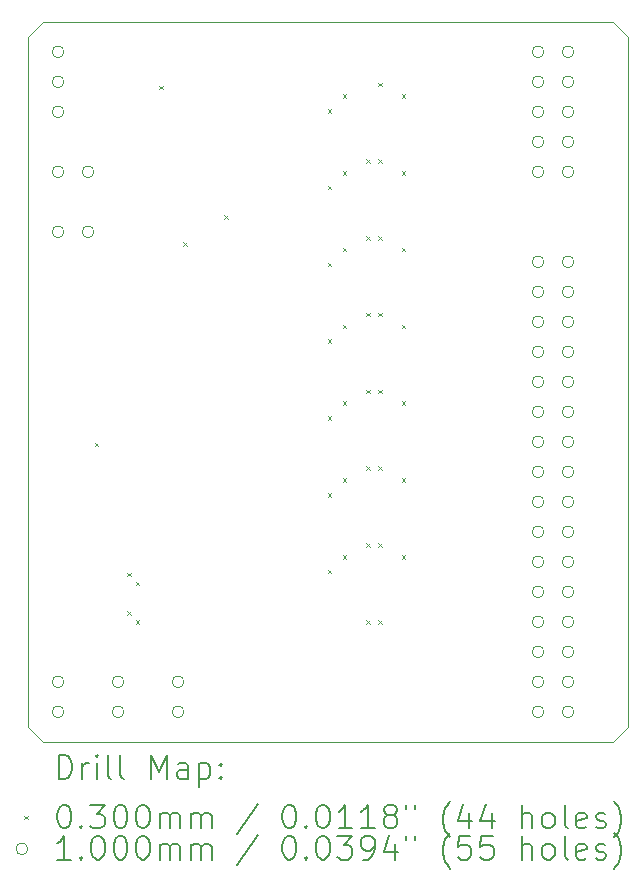
<source format=gbr>
%TF.GenerationSoftware,KiCad,Pcbnew,9.0.1*%
%TF.CreationDate,2025-10-08T22:03:19-06:00*%
%TF.ProjectId,testbench,74657374-6265-46e6-9368-2e6b69636164,rev?*%
%TF.SameCoordinates,Original*%
%TF.FileFunction,Drillmap*%
%TF.FilePolarity,Positive*%
%FSLAX45Y45*%
G04 Gerber Fmt 4.5, Leading zero omitted, Abs format (unit mm)*
G04 Created by KiCad (PCBNEW 9.0.1) date 2025-10-08 22:03:19*
%MOMM*%
%LPD*%
G01*
G04 APERTURE LIST*
%ADD10C,0.050000*%
%ADD11C,0.200000*%
%ADD12C,0.100000*%
G04 APERTURE END LIST*
D10*
X10922000Y-13589000D02*
X10922000Y-8382000D01*
X11049000Y-13716000D02*
X10922000Y-13589000D01*
X15875000Y-13716000D02*
X11049000Y-13716000D01*
X16002000Y-13589000D02*
X15875000Y-13716000D01*
X16002000Y-7747000D02*
X16002000Y-13589000D01*
X15875000Y-7620000D02*
X16002000Y-7747000D01*
X11049000Y-7620000D02*
X15875000Y-7620000D01*
X10922000Y-7747000D02*
X11049000Y-7620000D01*
X10922000Y-8382000D02*
X10922000Y-7747000D01*
D11*
D12*
X11485000Y-11185000D02*
X11515000Y-11215000D01*
X11515000Y-11185000D02*
X11485000Y-11215000D01*
X11760000Y-12285000D02*
X11790000Y-12315000D01*
X11790000Y-12285000D02*
X11760000Y-12315000D01*
X11760000Y-12610000D02*
X11790000Y-12640000D01*
X11790000Y-12610000D02*
X11760000Y-12640000D01*
X11835000Y-12360000D02*
X11865000Y-12390000D01*
X11865000Y-12360000D02*
X11835000Y-12390000D01*
X11835000Y-12685000D02*
X11865000Y-12715000D01*
X11865000Y-12685000D02*
X11835000Y-12715000D01*
X12035000Y-8160000D02*
X12065000Y-8190000D01*
X12065000Y-8160000D02*
X12035000Y-8190000D01*
X12235000Y-9485000D02*
X12265000Y-9515000D01*
X12265000Y-9485000D02*
X12235000Y-9515000D01*
X12585000Y-9260000D02*
X12615000Y-9290000D01*
X12615000Y-9260000D02*
X12585000Y-9290000D01*
X13460000Y-8360000D02*
X13490000Y-8390000D01*
X13490000Y-8360000D02*
X13460000Y-8390000D01*
X13460000Y-9010000D02*
X13490000Y-9040000D01*
X13490000Y-9010000D02*
X13460000Y-9040000D01*
X13460000Y-9660000D02*
X13490000Y-9690000D01*
X13490000Y-9660000D02*
X13460000Y-9690000D01*
X13460000Y-10310000D02*
X13490000Y-10340000D01*
X13490000Y-10310000D02*
X13460000Y-10340000D01*
X13460000Y-10960000D02*
X13490000Y-10990000D01*
X13490000Y-10960000D02*
X13460000Y-10990000D01*
X13460000Y-11610000D02*
X13490000Y-11640000D01*
X13490000Y-11610000D02*
X13460000Y-11640000D01*
X13460000Y-12260000D02*
X13490000Y-12290000D01*
X13490000Y-12260000D02*
X13460000Y-12290000D01*
X13585000Y-8235000D02*
X13615000Y-8265000D01*
X13615000Y-8235000D02*
X13585000Y-8265000D01*
X13585000Y-8885000D02*
X13615000Y-8915000D01*
X13615000Y-8885000D02*
X13585000Y-8915000D01*
X13585000Y-9535000D02*
X13615000Y-9565000D01*
X13615000Y-9535000D02*
X13585000Y-9565000D01*
X13585000Y-10185000D02*
X13615000Y-10215000D01*
X13615000Y-10185000D02*
X13585000Y-10215000D01*
X13585000Y-10835000D02*
X13615000Y-10865000D01*
X13615000Y-10835000D02*
X13585000Y-10865000D01*
X13585000Y-11485000D02*
X13615000Y-11515000D01*
X13615000Y-11485000D02*
X13585000Y-11515000D01*
X13585000Y-12135000D02*
X13615000Y-12165000D01*
X13615000Y-12135000D02*
X13585000Y-12165000D01*
X13785000Y-8785000D02*
X13815000Y-8815000D01*
X13815000Y-8785000D02*
X13785000Y-8815000D01*
X13785000Y-9435000D02*
X13815000Y-9465000D01*
X13815000Y-9435000D02*
X13785000Y-9465000D01*
X13785000Y-10085000D02*
X13815000Y-10115000D01*
X13815000Y-10085000D02*
X13785000Y-10115000D01*
X13785000Y-10735000D02*
X13815000Y-10765000D01*
X13815000Y-10735000D02*
X13785000Y-10765000D01*
X13785000Y-11385000D02*
X13815000Y-11415000D01*
X13815000Y-11385000D02*
X13785000Y-11415000D01*
X13785000Y-12035000D02*
X13815000Y-12065000D01*
X13815000Y-12035000D02*
X13785000Y-12065000D01*
X13785000Y-12685000D02*
X13815000Y-12715000D01*
X13815000Y-12685000D02*
X13785000Y-12715000D01*
X13885000Y-8135000D02*
X13915000Y-8165000D01*
X13915000Y-8135000D02*
X13885000Y-8165000D01*
X13885000Y-8785000D02*
X13915000Y-8815000D01*
X13915000Y-8785000D02*
X13885000Y-8815000D01*
X13885000Y-9435000D02*
X13915000Y-9465000D01*
X13915000Y-9435000D02*
X13885000Y-9465000D01*
X13885000Y-10085000D02*
X13915000Y-10115000D01*
X13915000Y-10085000D02*
X13885000Y-10115000D01*
X13885000Y-10735000D02*
X13915000Y-10765000D01*
X13915000Y-10735000D02*
X13885000Y-10765000D01*
X13885000Y-11385000D02*
X13915000Y-11415000D01*
X13915000Y-11385000D02*
X13885000Y-11415000D01*
X13885000Y-12035000D02*
X13915000Y-12065000D01*
X13915000Y-12035000D02*
X13885000Y-12065000D01*
X13885000Y-12685000D02*
X13915000Y-12715000D01*
X13915000Y-12685000D02*
X13885000Y-12715000D01*
X14085000Y-8235000D02*
X14115000Y-8265000D01*
X14115000Y-8235000D02*
X14085000Y-8265000D01*
X14085000Y-8885000D02*
X14115000Y-8915000D01*
X14115000Y-8885000D02*
X14085000Y-8915000D01*
X14085000Y-9535000D02*
X14115000Y-9565000D01*
X14115000Y-9535000D02*
X14085000Y-9565000D01*
X14085000Y-10185000D02*
X14115000Y-10215000D01*
X14115000Y-10185000D02*
X14085000Y-10215000D01*
X14085000Y-10835000D02*
X14115000Y-10865000D01*
X14115000Y-10835000D02*
X14085000Y-10865000D01*
X14085000Y-11485000D02*
X14115000Y-11515000D01*
X14115000Y-11485000D02*
X14085000Y-11515000D01*
X14085000Y-12135000D02*
X14115000Y-12165000D01*
X14115000Y-12135000D02*
X14085000Y-12165000D01*
X11226000Y-7874000D02*
G75*
G02*
X11126000Y-7874000I-50000J0D01*
G01*
X11126000Y-7874000D02*
G75*
G02*
X11226000Y-7874000I50000J0D01*
G01*
X11226000Y-8128000D02*
G75*
G02*
X11126000Y-8128000I-50000J0D01*
G01*
X11126000Y-8128000D02*
G75*
G02*
X11226000Y-8128000I50000J0D01*
G01*
X11226000Y-8382000D02*
G75*
G02*
X11126000Y-8382000I-50000J0D01*
G01*
X11126000Y-8382000D02*
G75*
G02*
X11226000Y-8382000I50000J0D01*
G01*
X11226000Y-8890000D02*
G75*
G02*
X11126000Y-8890000I-50000J0D01*
G01*
X11126000Y-8890000D02*
G75*
G02*
X11226000Y-8890000I50000J0D01*
G01*
X11226000Y-9398000D02*
G75*
G02*
X11126000Y-9398000I-50000J0D01*
G01*
X11126000Y-9398000D02*
G75*
G02*
X11226000Y-9398000I50000J0D01*
G01*
X11226000Y-13208000D02*
G75*
G02*
X11126000Y-13208000I-50000J0D01*
G01*
X11126000Y-13208000D02*
G75*
G02*
X11226000Y-13208000I50000J0D01*
G01*
X11226000Y-13462000D02*
G75*
G02*
X11126000Y-13462000I-50000J0D01*
G01*
X11126000Y-13462000D02*
G75*
G02*
X11226000Y-13462000I50000J0D01*
G01*
X11480000Y-8890000D02*
G75*
G02*
X11380000Y-8890000I-50000J0D01*
G01*
X11380000Y-8890000D02*
G75*
G02*
X11480000Y-8890000I50000J0D01*
G01*
X11480000Y-9398000D02*
G75*
G02*
X11380000Y-9398000I-50000J0D01*
G01*
X11380000Y-9398000D02*
G75*
G02*
X11480000Y-9398000I50000J0D01*
G01*
X11734000Y-13208000D02*
G75*
G02*
X11634000Y-13208000I-50000J0D01*
G01*
X11634000Y-13208000D02*
G75*
G02*
X11734000Y-13208000I50000J0D01*
G01*
X11734000Y-13462000D02*
G75*
G02*
X11634000Y-13462000I-50000J0D01*
G01*
X11634000Y-13462000D02*
G75*
G02*
X11734000Y-13462000I50000J0D01*
G01*
X12242000Y-13208000D02*
G75*
G02*
X12142000Y-13208000I-50000J0D01*
G01*
X12142000Y-13208000D02*
G75*
G02*
X12242000Y-13208000I50000J0D01*
G01*
X12242000Y-13462000D02*
G75*
G02*
X12142000Y-13462000I-50000J0D01*
G01*
X12142000Y-13462000D02*
G75*
G02*
X12242000Y-13462000I50000J0D01*
G01*
X15290000Y-7874000D02*
G75*
G02*
X15190000Y-7874000I-50000J0D01*
G01*
X15190000Y-7874000D02*
G75*
G02*
X15290000Y-7874000I50000J0D01*
G01*
X15290000Y-8128000D02*
G75*
G02*
X15190000Y-8128000I-50000J0D01*
G01*
X15190000Y-8128000D02*
G75*
G02*
X15290000Y-8128000I50000J0D01*
G01*
X15290000Y-8382000D02*
G75*
G02*
X15190000Y-8382000I-50000J0D01*
G01*
X15190000Y-8382000D02*
G75*
G02*
X15290000Y-8382000I50000J0D01*
G01*
X15290000Y-8636000D02*
G75*
G02*
X15190000Y-8636000I-50000J0D01*
G01*
X15190000Y-8636000D02*
G75*
G02*
X15290000Y-8636000I50000J0D01*
G01*
X15290000Y-8890000D02*
G75*
G02*
X15190000Y-8890000I-50000J0D01*
G01*
X15190000Y-8890000D02*
G75*
G02*
X15290000Y-8890000I50000J0D01*
G01*
X15290000Y-9652000D02*
G75*
G02*
X15190000Y-9652000I-50000J0D01*
G01*
X15190000Y-9652000D02*
G75*
G02*
X15290000Y-9652000I50000J0D01*
G01*
X15290000Y-9906000D02*
G75*
G02*
X15190000Y-9906000I-50000J0D01*
G01*
X15190000Y-9906000D02*
G75*
G02*
X15290000Y-9906000I50000J0D01*
G01*
X15290000Y-10160000D02*
G75*
G02*
X15190000Y-10160000I-50000J0D01*
G01*
X15190000Y-10160000D02*
G75*
G02*
X15290000Y-10160000I50000J0D01*
G01*
X15290000Y-10414000D02*
G75*
G02*
X15190000Y-10414000I-50000J0D01*
G01*
X15190000Y-10414000D02*
G75*
G02*
X15290000Y-10414000I50000J0D01*
G01*
X15290000Y-10668000D02*
G75*
G02*
X15190000Y-10668000I-50000J0D01*
G01*
X15190000Y-10668000D02*
G75*
G02*
X15290000Y-10668000I50000J0D01*
G01*
X15290000Y-10922000D02*
G75*
G02*
X15190000Y-10922000I-50000J0D01*
G01*
X15190000Y-10922000D02*
G75*
G02*
X15290000Y-10922000I50000J0D01*
G01*
X15290000Y-11176000D02*
G75*
G02*
X15190000Y-11176000I-50000J0D01*
G01*
X15190000Y-11176000D02*
G75*
G02*
X15290000Y-11176000I50000J0D01*
G01*
X15290000Y-11430000D02*
G75*
G02*
X15190000Y-11430000I-50000J0D01*
G01*
X15190000Y-11430000D02*
G75*
G02*
X15290000Y-11430000I50000J0D01*
G01*
X15290000Y-11684000D02*
G75*
G02*
X15190000Y-11684000I-50000J0D01*
G01*
X15190000Y-11684000D02*
G75*
G02*
X15290000Y-11684000I50000J0D01*
G01*
X15290000Y-11938000D02*
G75*
G02*
X15190000Y-11938000I-50000J0D01*
G01*
X15190000Y-11938000D02*
G75*
G02*
X15290000Y-11938000I50000J0D01*
G01*
X15290000Y-12192000D02*
G75*
G02*
X15190000Y-12192000I-50000J0D01*
G01*
X15190000Y-12192000D02*
G75*
G02*
X15290000Y-12192000I50000J0D01*
G01*
X15290000Y-12446000D02*
G75*
G02*
X15190000Y-12446000I-50000J0D01*
G01*
X15190000Y-12446000D02*
G75*
G02*
X15290000Y-12446000I50000J0D01*
G01*
X15290000Y-12700000D02*
G75*
G02*
X15190000Y-12700000I-50000J0D01*
G01*
X15190000Y-12700000D02*
G75*
G02*
X15290000Y-12700000I50000J0D01*
G01*
X15290000Y-12954000D02*
G75*
G02*
X15190000Y-12954000I-50000J0D01*
G01*
X15190000Y-12954000D02*
G75*
G02*
X15290000Y-12954000I50000J0D01*
G01*
X15290000Y-13208000D02*
G75*
G02*
X15190000Y-13208000I-50000J0D01*
G01*
X15190000Y-13208000D02*
G75*
G02*
X15290000Y-13208000I50000J0D01*
G01*
X15290000Y-13462000D02*
G75*
G02*
X15190000Y-13462000I-50000J0D01*
G01*
X15190000Y-13462000D02*
G75*
G02*
X15290000Y-13462000I50000J0D01*
G01*
X15544000Y-7874000D02*
G75*
G02*
X15444000Y-7874000I-50000J0D01*
G01*
X15444000Y-7874000D02*
G75*
G02*
X15544000Y-7874000I50000J0D01*
G01*
X15544000Y-8128000D02*
G75*
G02*
X15444000Y-8128000I-50000J0D01*
G01*
X15444000Y-8128000D02*
G75*
G02*
X15544000Y-8128000I50000J0D01*
G01*
X15544000Y-8382000D02*
G75*
G02*
X15444000Y-8382000I-50000J0D01*
G01*
X15444000Y-8382000D02*
G75*
G02*
X15544000Y-8382000I50000J0D01*
G01*
X15544000Y-8636000D02*
G75*
G02*
X15444000Y-8636000I-50000J0D01*
G01*
X15444000Y-8636000D02*
G75*
G02*
X15544000Y-8636000I50000J0D01*
G01*
X15544000Y-8890000D02*
G75*
G02*
X15444000Y-8890000I-50000J0D01*
G01*
X15444000Y-8890000D02*
G75*
G02*
X15544000Y-8890000I50000J0D01*
G01*
X15544000Y-9652000D02*
G75*
G02*
X15444000Y-9652000I-50000J0D01*
G01*
X15444000Y-9652000D02*
G75*
G02*
X15544000Y-9652000I50000J0D01*
G01*
X15544000Y-9906000D02*
G75*
G02*
X15444000Y-9906000I-50000J0D01*
G01*
X15444000Y-9906000D02*
G75*
G02*
X15544000Y-9906000I50000J0D01*
G01*
X15544000Y-10160000D02*
G75*
G02*
X15444000Y-10160000I-50000J0D01*
G01*
X15444000Y-10160000D02*
G75*
G02*
X15544000Y-10160000I50000J0D01*
G01*
X15544000Y-10414000D02*
G75*
G02*
X15444000Y-10414000I-50000J0D01*
G01*
X15444000Y-10414000D02*
G75*
G02*
X15544000Y-10414000I50000J0D01*
G01*
X15544000Y-10668000D02*
G75*
G02*
X15444000Y-10668000I-50000J0D01*
G01*
X15444000Y-10668000D02*
G75*
G02*
X15544000Y-10668000I50000J0D01*
G01*
X15544000Y-10922000D02*
G75*
G02*
X15444000Y-10922000I-50000J0D01*
G01*
X15444000Y-10922000D02*
G75*
G02*
X15544000Y-10922000I50000J0D01*
G01*
X15544000Y-11176000D02*
G75*
G02*
X15444000Y-11176000I-50000J0D01*
G01*
X15444000Y-11176000D02*
G75*
G02*
X15544000Y-11176000I50000J0D01*
G01*
X15544000Y-11430000D02*
G75*
G02*
X15444000Y-11430000I-50000J0D01*
G01*
X15444000Y-11430000D02*
G75*
G02*
X15544000Y-11430000I50000J0D01*
G01*
X15544000Y-11684000D02*
G75*
G02*
X15444000Y-11684000I-50000J0D01*
G01*
X15444000Y-11684000D02*
G75*
G02*
X15544000Y-11684000I50000J0D01*
G01*
X15544000Y-11938000D02*
G75*
G02*
X15444000Y-11938000I-50000J0D01*
G01*
X15444000Y-11938000D02*
G75*
G02*
X15544000Y-11938000I50000J0D01*
G01*
X15544000Y-12192000D02*
G75*
G02*
X15444000Y-12192000I-50000J0D01*
G01*
X15444000Y-12192000D02*
G75*
G02*
X15544000Y-12192000I50000J0D01*
G01*
X15544000Y-12446000D02*
G75*
G02*
X15444000Y-12446000I-50000J0D01*
G01*
X15444000Y-12446000D02*
G75*
G02*
X15544000Y-12446000I50000J0D01*
G01*
X15544000Y-12700000D02*
G75*
G02*
X15444000Y-12700000I-50000J0D01*
G01*
X15444000Y-12700000D02*
G75*
G02*
X15544000Y-12700000I50000J0D01*
G01*
X15544000Y-12954000D02*
G75*
G02*
X15444000Y-12954000I-50000J0D01*
G01*
X15444000Y-12954000D02*
G75*
G02*
X15544000Y-12954000I50000J0D01*
G01*
X15544000Y-13208000D02*
G75*
G02*
X15444000Y-13208000I-50000J0D01*
G01*
X15444000Y-13208000D02*
G75*
G02*
X15544000Y-13208000I50000J0D01*
G01*
X15544000Y-13462000D02*
G75*
G02*
X15444000Y-13462000I-50000J0D01*
G01*
X15444000Y-13462000D02*
G75*
G02*
X15544000Y-13462000I50000J0D01*
G01*
D11*
X11180277Y-14029984D02*
X11180277Y-13829984D01*
X11180277Y-13829984D02*
X11227896Y-13829984D01*
X11227896Y-13829984D02*
X11256467Y-13839508D01*
X11256467Y-13839508D02*
X11275515Y-13858555D01*
X11275515Y-13858555D02*
X11285039Y-13877603D01*
X11285039Y-13877603D02*
X11294562Y-13915698D01*
X11294562Y-13915698D02*
X11294562Y-13944269D01*
X11294562Y-13944269D02*
X11285039Y-13982365D01*
X11285039Y-13982365D02*
X11275515Y-14001412D01*
X11275515Y-14001412D02*
X11256467Y-14020460D01*
X11256467Y-14020460D02*
X11227896Y-14029984D01*
X11227896Y-14029984D02*
X11180277Y-14029984D01*
X11380277Y-14029984D02*
X11380277Y-13896650D01*
X11380277Y-13934746D02*
X11389801Y-13915698D01*
X11389801Y-13915698D02*
X11399324Y-13906174D01*
X11399324Y-13906174D02*
X11418372Y-13896650D01*
X11418372Y-13896650D02*
X11437420Y-13896650D01*
X11504086Y-14029984D02*
X11504086Y-13896650D01*
X11504086Y-13829984D02*
X11494562Y-13839508D01*
X11494562Y-13839508D02*
X11504086Y-13849031D01*
X11504086Y-13849031D02*
X11513610Y-13839508D01*
X11513610Y-13839508D02*
X11504086Y-13829984D01*
X11504086Y-13829984D02*
X11504086Y-13849031D01*
X11627896Y-14029984D02*
X11608848Y-14020460D01*
X11608848Y-14020460D02*
X11599324Y-14001412D01*
X11599324Y-14001412D02*
X11599324Y-13829984D01*
X11732658Y-14029984D02*
X11713610Y-14020460D01*
X11713610Y-14020460D02*
X11704086Y-14001412D01*
X11704086Y-14001412D02*
X11704086Y-13829984D01*
X11961229Y-14029984D02*
X11961229Y-13829984D01*
X11961229Y-13829984D02*
X12027896Y-13972841D01*
X12027896Y-13972841D02*
X12094562Y-13829984D01*
X12094562Y-13829984D02*
X12094562Y-14029984D01*
X12275515Y-14029984D02*
X12275515Y-13925222D01*
X12275515Y-13925222D02*
X12265991Y-13906174D01*
X12265991Y-13906174D02*
X12246943Y-13896650D01*
X12246943Y-13896650D02*
X12208848Y-13896650D01*
X12208848Y-13896650D02*
X12189801Y-13906174D01*
X12275515Y-14020460D02*
X12256467Y-14029984D01*
X12256467Y-14029984D02*
X12208848Y-14029984D01*
X12208848Y-14029984D02*
X12189801Y-14020460D01*
X12189801Y-14020460D02*
X12180277Y-14001412D01*
X12180277Y-14001412D02*
X12180277Y-13982365D01*
X12180277Y-13982365D02*
X12189801Y-13963317D01*
X12189801Y-13963317D02*
X12208848Y-13953793D01*
X12208848Y-13953793D02*
X12256467Y-13953793D01*
X12256467Y-13953793D02*
X12275515Y-13944269D01*
X12370753Y-13896650D02*
X12370753Y-14096650D01*
X12370753Y-13906174D02*
X12389801Y-13896650D01*
X12389801Y-13896650D02*
X12427896Y-13896650D01*
X12427896Y-13896650D02*
X12446943Y-13906174D01*
X12446943Y-13906174D02*
X12456467Y-13915698D01*
X12456467Y-13915698D02*
X12465991Y-13934746D01*
X12465991Y-13934746D02*
X12465991Y-13991888D01*
X12465991Y-13991888D02*
X12456467Y-14010936D01*
X12456467Y-14010936D02*
X12446943Y-14020460D01*
X12446943Y-14020460D02*
X12427896Y-14029984D01*
X12427896Y-14029984D02*
X12389801Y-14029984D01*
X12389801Y-14029984D02*
X12370753Y-14020460D01*
X12551705Y-14010936D02*
X12561229Y-14020460D01*
X12561229Y-14020460D02*
X12551705Y-14029984D01*
X12551705Y-14029984D02*
X12542182Y-14020460D01*
X12542182Y-14020460D02*
X12551705Y-14010936D01*
X12551705Y-14010936D02*
X12551705Y-14029984D01*
X12551705Y-13906174D02*
X12561229Y-13915698D01*
X12561229Y-13915698D02*
X12551705Y-13925222D01*
X12551705Y-13925222D02*
X12542182Y-13915698D01*
X12542182Y-13915698D02*
X12551705Y-13906174D01*
X12551705Y-13906174D02*
X12551705Y-13925222D01*
D12*
X10889500Y-14343500D02*
X10919500Y-14373500D01*
X10919500Y-14343500D02*
X10889500Y-14373500D01*
D11*
X11218372Y-14249984D02*
X11237420Y-14249984D01*
X11237420Y-14249984D02*
X11256467Y-14259508D01*
X11256467Y-14259508D02*
X11265991Y-14269031D01*
X11265991Y-14269031D02*
X11275515Y-14288079D01*
X11275515Y-14288079D02*
X11285039Y-14326174D01*
X11285039Y-14326174D02*
X11285039Y-14373793D01*
X11285039Y-14373793D02*
X11275515Y-14411888D01*
X11275515Y-14411888D02*
X11265991Y-14430936D01*
X11265991Y-14430936D02*
X11256467Y-14440460D01*
X11256467Y-14440460D02*
X11237420Y-14449984D01*
X11237420Y-14449984D02*
X11218372Y-14449984D01*
X11218372Y-14449984D02*
X11199324Y-14440460D01*
X11199324Y-14440460D02*
X11189801Y-14430936D01*
X11189801Y-14430936D02*
X11180277Y-14411888D01*
X11180277Y-14411888D02*
X11170753Y-14373793D01*
X11170753Y-14373793D02*
X11170753Y-14326174D01*
X11170753Y-14326174D02*
X11180277Y-14288079D01*
X11180277Y-14288079D02*
X11189801Y-14269031D01*
X11189801Y-14269031D02*
X11199324Y-14259508D01*
X11199324Y-14259508D02*
X11218372Y-14249984D01*
X11370753Y-14430936D02*
X11380277Y-14440460D01*
X11380277Y-14440460D02*
X11370753Y-14449984D01*
X11370753Y-14449984D02*
X11361229Y-14440460D01*
X11361229Y-14440460D02*
X11370753Y-14430936D01*
X11370753Y-14430936D02*
X11370753Y-14449984D01*
X11446943Y-14249984D02*
X11570753Y-14249984D01*
X11570753Y-14249984D02*
X11504086Y-14326174D01*
X11504086Y-14326174D02*
X11532658Y-14326174D01*
X11532658Y-14326174D02*
X11551705Y-14335698D01*
X11551705Y-14335698D02*
X11561229Y-14345222D01*
X11561229Y-14345222D02*
X11570753Y-14364269D01*
X11570753Y-14364269D02*
X11570753Y-14411888D01*
X11570753Y-14411888D02*
X11561229Y-14430936D01*
X11561229Y-14430936D02*
X11551705Y-14440460D01*
X11551705Y-14440460D02*
X11532658Y-14449984D01*
X11532658Y-14449984D02*
X11475515Y-14449984D01*
X11475515Y-14449984D02*
X11456467Y-14440460D01*
X11456467Y-14440460D02*
X11446943Y-14430936D01*
X11694562Y-14249984D02*
X11713610Y-14249984D01*
X11713610Y-14249984D02*
X11732658Y-14259508D01*
X11732658Y-14259508D02*
X11742182Y-14269031D01*
X11742182Y-14269031D02*
X11751705Y-14288079D01*
X11751705Y-14288079D02*
X11761229Y-14326174D01*
X11761229Y-14326174D02*
X11761229Y-14373793D01*
X11761229Y-14373793D02*
X11751705Y-14411888D01*
X11751705Y-14411888D02*
X11742182Y-14430936D01*
X11742182Y-14430936D02*
X11732658Y-14440460D01*
X11732658Y-14440460D02*
X11713610Y-14449984D01*
X11713610Y-14449984D02*
X11694562Y-14449984D01*
X11694562Y-14449984D02*
X11675515Y-14440460D01*
X11675515Y-14440460D02*
X11665991Y-14430936D01*
X11665991Y-14430936D02*
X11656467Y-14411888D01*
X11656467Y-14411888D02*
X11646943Y-14373793D01*
X11646943Y-14373793D02*
X11646943Y-14326174D01*
X11646943Y-14326174D02*
X11656467Y-14288079D01*
X11656467Y-14288079D02*
X11665991Y-14269031D01*
X11665991Y-14269031D02*
X11675515Y-14259508D01*
X11675515Y-14259508D02*
X11694562Y-14249984D01*
X11885039Y-14249984D02*
X11904086Y-14249984D01*
X11904086Y-14249984D02*
X11923134Y-14259508D01*
X11923134Y-14259508D02*
X11932658Y-14269031D01*
X11932658Y-14269031D02*
X11942182Y-14288079D01*
X11942182Y-14288079D02*
X11951705Y-14326174D01*
X11951705Y-14326174D02*
X11951705Y-14373793D01*
X11951705Y-14373793D02*
X11942182Y-14411888D01*
X11942182Y-14411888D02*
X11932658Y-14430936D01*
X11932658Y-14430936D02*
X11923134Y-14440460D01*
X11923134Y-14440460D02*
X11904086Y-14449984D01*
X11904086Y-14449984D02*
X11885039Y-14449984D01*
X11885039Y-14449984D02*
X11865991Y-14440460D01*
X11865991Y-14440460D02*
X11856467Y-14430936D01*
X11856467Y-14430936D02*
X11846943Y-14411888D01*
X11846943Y-14411888D02*
X11837420Y-14373793D01*
X11837420Y-14373793D02*
X11837420Y-14326174D01*
X11837420Y-14326174D02*
X11846943Y-14288079D01*
X11846943Y-14288079D02*
X11856467Y-14269031D01*
X11856467Y-14269031D02*
X11865991Y-14259508D01*
X11865991Y-14259508D02*
X11885039Y-14249984D01*
X12037420Y-14449984D02*
X12037420Y-14316650D01*
X12037420Y-14335698D02*
X12046943Y-14326174D01*
X12046943Y-14326174D02*
X12065991Y-14316650D01*
X12065991Y-14316650D02*
X12094563Y-14316650D01*
X12094563Y-14316650D02*
X12113610Y-14326174D01*
X12113610Y-14326174D02*
X12123134Y-14345222D01*
X12123134Y-14345222D02*
X12123134Y-14449984D01*
X12123134Y-14345222D02*
X12132658Y-14326174D01*
X12132658Y-14326174D02*
X12151705Y-14316650D01*
X12151705Y-14316650D02*
X12180277Y-14316650D01*
X12180277Y-14316650D02*
X12199324Y-14326174D01*
X12199324Y-14326174D02*
X12208848Y-14345222D01*
X12208848Y-14345222D02*
X12208848Y-14449984D01*
X12304086Y-14449984D02*
X12304086Y-14316650D01*
X12304086Y-14335698D02*
X12313610Y-14326174D01*
X12313610Y-14326174D02*
X12332658Y-14316650D01*
X12332658Y-14316650D02*
X12361229Y-14316650D01*
X12361229Y-14316650D02*
X12380277Y-14326174D01*
X12380277Y-14326174D02*
X12389801Y-14345222D01*
X12389801Y-14345222D02*
X12389801Y-14449984D01*
X12389801Y-14345222D02*
X12399324Y-14326174D01*
X12399324Y-14326174D02*
X12418372Y-14316650D01*
X12418372Y-14316650D02*
X12446943Y-14316650D01*
X12446943Y-14316650D02*
X12465991Y-14326174D01*
X12465991Y-14326174D02*
X12475515Y-14345222D01*
X12475515Y-14345222D02*
X12475515Y-14449984D01*
X12865991Y-14240460D02*
X12694563Y-14497603D01*
X13123134Y-14249984D02*
X13142182Y-14249984D01*
X13142182Y-14249984D02*
X13161229Y-14259508D01*
X13161229Y-14259508D02*
X13170753Y-14269031D01*
X13170753Y-14269031D02*
X13180277Y-14288079D01*
X13180277Y-14288079D02*
X13189801Y-14326174D01*
X13189801Y-14326174D02*
X13189801Y-14373793D01*
X13189801Y-14373793D02*
X13180277Y-14411888D01*
X13180277Y-14411888D02*
X13170753Y-14430936D01*
X13170753Y-14430936D02*
X13161229Y-14440460D01*
X13161229Y-14440460D02*
X13142182Y-14449984D01*
X13142182Y-14449984D02*
X13123134Y-14449984D01*
X13123134Y-14449984D02*
X13104086Y-14440460D01*
X13104086Y-14440460D02*
X13094563Y-14430936D01*
X13094563Y-14430936D02*
X13085039Y-14411888D01*
X13085039Y-14411888D02*
X13075515Y-14373793D01*
X13075515Y-14373793D02*
X13075515Y-14326174D01*
X13075515Y-14326174D02*
X13085039Y-14288079D01*
X13085039Y-14288079D02*
X13094563Y-14269031D01*
X13094563Y-14269031D02*
X13104086Y-14259508D01*
X13104086Y-14259508D02*
X13123134Y-14249984D01*
X13275515Y-14430936D02*
X13285039Y-14440460D01*
X13285039Y-14440460D02*
X13275515Y-14449984D01*
X13275515Y-14449984D02*
X13265991Y-14440460D01*
X13265991Y-14440460D02*
X13275515Y-14430936D01*
X13275515Y-14430936D02*
X13275515Y-14449984D01*
X13408848Y-14249984D02*
X13427896Y-14249984D01*
X13427896Y-14249984D02*
X13446944Y-14259508D01*
X13446944Y-14259508D02*
X13456467Y-14269031D01*
X13456467Y-14269031D02*
X13465991Y-14288079D01*
X13465991Y-14288079D02*
X13475515Y-14326174D01*
X13475515Y-14326174D02*
X13475515Y-14373793D01*
X13475515Y-14373793D02*
X13465991Y-14411888D01*
X13465991Y-14411888D02*
X13456467Y-14430936D01*
X13456467Y-14430936D02*
X13446944Y-14440460D01*
X13446944Y-14440460D02*
X13427896Y-14449984D01*
X13427896Y-14449984D02*
X13408848Y-14449984D01*
X13408848Y-14449984D02*
X13389801Y-14440460D01*
X13389801Y-14440460D02*
X13380277Y-14430936D01*
X13380277Y-14430936D02*
X13370753Y-14411888D01*
X13370753Y-14411888D02*
X13361229Y-14373793D01*
X13361229Y-14373793D02*
X13361229Y-14326174D01*
X13361229Y-14326174D02*
X13370753Y-14288079D01*
X13370753Y-14288079D02*
X13380277Y-14269031D01*
X13380277Y-14269031D02*
X13389801Y-14259508D01*
X13389801Y-14259508D02*
X13408848Y-14249984D01*
X13665991Y-14449984D02*
X13551706Y-14449984D01*
X13608848Y-14449984D02*
X13608848Y-14249984D01*
X13608848Y-14249984D02*
X13589801Y-14278555D01*
X13589801Y-14278555D02*
X13570753Y-14297603D01*
X13570753Y-14297603D02*
X13551706Y-14307127D01*
X13856467Y-14449984D02*
X13742182Y-14449984D01*
X13799325Y-14449984D02*
X13799325Y-14249984D01*
X13799325Y-14249984D02*
X13780277Y-14278555D01*
X13780277Y-14278555D02*
X13761229Y-14297603D01*
X13761229Y-14297603D02*
X13742182Y-14307127D01*
X13970753Y-14335698D02*
X13951706Y-14326174D01*
X13951706Y-14326174D02*
X13942182Y-14316650D01*
X13942182Y-14316650D02*
X13932658Y-14297603D01*
X13932658Y-14297603D02*
X13932658Y-14288079D01*
X13932658Y-14288079D02*
X13942182Y-14269031D01*
X13942182Y-14269031D02*
X13951706Y-14259508D01*
X13951706Y-14259508D02*
X13970753Y-14249984D01*
X13970753Y-14249984D02*
X14008848Y-14249984D01*
X14008848Y-14249984D02*
X14027896Y-14259508D01*
X14027896Y-14259508D02*
X14037420Y-14269031D01*
X14037420Y-14269031D02*
X14046944Y-14288079D01*
X14046944Y-14288079D02*
X14046944Y-14297603D01*
X14046944Y-14297603D02*
X14037420Y-14316650D01*
X14037420Y-14316650D02*
X14027896Y-14326174D01*
X14027896Y-14326174D02*
X14008848Y-14335698D01*
X14008848Y-14335698D02*
X13970753Y-14335698D01*
X13970753Y-14335698D02*
X13951706Y-14345222D01*
X13951706Y-14345222D02*
X13942182Y-14354746D01*
X13942182Y-14354746D02*
X13932658Y-14373793D01*
X13932658Y-14373793D02*
X13932658Y-14411888D01*
X13932658Y-14411888D02*
X13942182Y-14430936D01*
X13942182Y-14430936D02*
X13951706Y-14440460D01*
X13951706Y-14440460D02*
X13970753Y-14449984D01*
X13970753Y-14449984D02*
X14008848Y-14449984D01*
X14008848Y-14449984D02*
X14027896Y-14440460D01*
X14027896Y-14440460D02*
X14037420Y-14430936D01*
X14037420Y-14430936D02*
X14046944Y-14411888D01*
X14046944Y-14411888D02*
X14046944Y-14373793D01*
X14046944Y-14373793D02*
X14037420Y-14354746D01*
X14037420Y-14354746D02*
X14027896Y-14345222D01*
X14027896Y-14345222D02*
X14008848Y-14335698D01*
X14123134Y-14249984D02*
X14123134Y-14288079D01*
X14199325Y-14249984D02*
X14199325Y-14288079D01*
X14494563Y-14526174D02*
X14485039Y-14516650D01*
X14485039Y-14516650D02*
X14465991Y-14488079D01*
X14465991Y-14488079D02*
X14456468Y-14469031D01*
X14456468Y-14469031D02*
X14446944Y-14440460D01*
X14446944Y-14440460D02*
X14437420Y-14392841D01*
X14437420Y-14392841D02*
X14437420Y-14354746D01*
X14437420Y-14354746D02*
X14446944Y-14307127D01*
X14446944Y-14307127D02*
X14456468Y-14278555D01*
X14456468Y-14278555D02*
X14465991Y-14259508D01*
X14465991Y-14259508D02*
X14485039Y-14230936D01*
X14485039Y-14230936D02*
X14494563Y-14221412D01*
X14656468Y-14316650D02*
X14656468Y-14449984D01*
X14608848Y-14240460D02*
X14561229Y-14383317D01*
X14561229Y-14383317D02*
X14685039Y-14383317D01*
X14846944Y-14316650D02*
X14846944Y-14449984D01*
X14799325Y-14240460D02*
X14751706Y-14383317D01*
X14751706Y-14383317D02*
X14875515Y-14383317D01*
X15104087Y-14449984D02*
X15104087Y-14249984D01*
X15189801Y-14449984D02*
X15189801Y-14345222D01*
X15189801Y-14345222D02*
X15180277Y-14326174D01*
X15180277Y-14326174D02*
X15161230Y-14316650D01*
X15161230Y-14316650D02*
X15132658Y-14316650D01*
X15132658Y-14316650D02*
X15113610Y-14326174D01*
X15113610Y-14326174D02*
X15104087Y-14335698D01*
X15313610Y-14449984D02*
X15294563Y-14440460D01*
X15294563Y-14440460D02*
X15285039Y-14430936D01*
X15285039Y-14430936D02*
X15275515Y-14411888D01*
X15275515Y-14411888D02*
X15275515Y-14354746D01*
X15275515Y-14354746D02*
X15285039Y-14335698D01*
X15285039Y-14335698D02*
X15294563Y-14326174D01*
X15294563Y-14326174D02*
X15313610Y-14316650D01*
X15313610Y-14316650D02*
X15342182Y-14316650D01*
X15342182Y-14316650D02*
X15361230Y-14326174D01*
X15361230Y-14326174D02*
X15370753Y-14335698D01*
X15370753Y-14335698D02*
X15380277Y-14354746D01*
X15380277Y-14354746D02*
X15380277Y-14411888D01*
X15380277Y-14411888D02*
X15370753Y-14430936D01*
X15370753Y-14430936D02*
X15361230Y-14440460D01*
X15361230Y-14440460D02*
X15342182Y-14449984D01*
X15342182Y-14449984D02*
X15313610Y-14449984D01*
X15494563Y-14449984D02*
X15475515Y-14440460D01*
X15475515Y-14440460D02*
X15465991Y-14421412D01*
X15465991Y-14421412D02*
X15465991Y-14249984D01*
X15646944Y-14440460D02*
X15627896Y-14449984D01*
X15627896Y-14449984D02*
X15589801Y-14449984D01*
X15589801Y-14449984D02*
X15570753Y-14440460D01*
X15570753Y-14440460D02*
X15561230Y-14421412D01*
X15561230Y-14421412D02*
X15561230Y-14345222D01*
X15561230Y-14345222D02*
X15570753Y-14326174D01*
X15570753Y-14326174D02*
X15589801Y-14316650D01*
X15589801Y-14316650D02*
X15627896Y-14316650D01*
X15627896Y-14316650D02*
X15646944Y-14326174D01*
X15646944Y-14326174D02*
X15656468Y-14345222D01*
X15656468Y-14345222D02*
X15656468Y-14364269D01*
X15656468Y-14364269D02*
X15561230Y-14383317D01*
X15732658Y-14440460D02*
X15751706Y-14449984D01*
X15751706Y-14449984D02*
X15789801Y-14449984D01*
X15789801Y-14449984D02*
X15808849Y-14440460D01*
X15808849Y-14440460D02*
X15818372Y-14421412D01*
X15818372Y-14421412D02*
X15818372Y-14411888D01*
X15818372Y-14411888D02*
X15808849Y-14392841D01*
X15808849Y-14392841D02*
X15789801Y-14383317D01*
X15789801Y-14383317D02*
X15761230Y-14383317D01*
X15761230Y-14383317D02*
X15742182Y-14373793D01*
X15742182Y-14373793D02*
X15732658Y-14354746D01*
X15732658Y-14354746D02*
X15732658Y-14345222D01*
X15732658Y-14345222D02*
X15742182Y-14326174D01*
X15742182Y-14326174D02*
X15761230Y-14316650D01*
X15761230Y-14316650D02*
X15789801Y-14316650D01*
X15789801Y-14316650D02*
X15808849Y-14326174D01*
X15885039Y-14526174D02*
X15894563Y-14516650D01*
X15894563Y-14516650D02*
X15913611Y-14488079D01*
X15913611Y-14488079D02*
X15923134Y-14469031D01*
X15923134Y-14469031D02*
X15932658Y-14440460D01*
X15932658Y-14440460D02*
X15942182Y-14392841D01*
X15942182Y-14392841D02*
X15942182Y-14354746D01*
X15942182Y-14354746D02*
X15932658Y-14307127D01*
X15932658Y-14307127D02*
X15923134Y-14278555D01*
X15923134Y-14278555D02*
X15913611Y-14259508D01*
X15913611Y-14259508D02*
X15894563Y-14230936D01*
X15894563Y-14230936D02*
X15885039Y-14221412D01*
D12*
X10919500Y-14622500D02*
G75*
G02*
X10819500Y-14622500I-50000J0D01*
G01*
X10819500Y-14622500D02*
G75*
G02*
X10919500Y-14622500I50000J0D01*
G01*
D11*
X11285039Y-14713984D02*
X11170753Y-14713984D01*
X11227896Y-14713984D02*
X11227896Y-14513984D01*
X11227896Y-14513984D02*
X11208848Y-14542555D01*
X11208848Y-14542555D02*
X11189801Y-14561603D01*
X11189801Y-14561603D02*
X11170753Y-14571127D01*
X11370753Y-14694936D02*
X11380277Y-14704460D01*
X11380277Y-14704460D02*
X11370753Y-14713984D01*
X11370753Y-14713984D02*
X11361229Y-14704460D01*
X11361229Y-14704460D02*
X11370753Y-14694936D01*
X11370753Y-14694936D02*
X11370753Y-14713984D01*
X11504086Y-14513984D02*
X11523134Y-14513984D01*
X11523134Y-14513984D02*
X11542182Y-14523508D01*
X11542182Y-14523508D02*
X11551705Y-14533031D01*
X11551705Y-14533031D02*
X11561229Y-14552079D01*
X11561229Y-14552079D02*
X11570753Y-14590174D01*
X11570753Y-14590174D02*
X11570753Y-14637793D01*
X11570753Y-14637793D02*
X11561229Y-14675888D01*
X11561229Y-14675888D02*
X11551705Y-14694936D01*
X11551705Y-14694936D02*
X11542182Y-14704460D01*
X11542182Y-14704460D02*
X11523134Y-14713984D01*
X11523134Y-14713984D02*
X11504086Y-14713984D01*
X11504086Y-14713984D02*
X11485039Y-14704460D01*
X11485039Y-14704460D02*
X11475515Y-14694936D01*
X11475515Y-14694936D02*
X11465991Y-14675888D01*
X11465991Y-14675888D02*
X11456467Y-14637793D01*
X11456467Y-14637793D02*
X11456467Y-14590174D01*
X11456467Y-14590174D02*
X11465991Y-14552079D01*
X11465991Y-14552079D02*
X11475515Y-14533031D01*
X11475515Y-14533031D02*
X11485039Y-14523508D01*
X11485039Y-14523508D02*
X11504086Y-14513984D01*
X11694562Y-14513984D02*
X11713610Y-14513984D01*
X11713610Y-14513984D02*
X11732658Y-14523508D01*
X11732658Y-14523508D02*
X11742182Y-14533031D01*
X11742182Y-14533031D02*
X11751705Y-14552079D01*
X11751705Y-14552079D02*
X11761229Y-14590174D01*
X11761229Y-14590174D02*
X11761229Y-14637793D01*
X11761229Y-14637793D02*
X11751705Y-14675888D01*
X11751705Y-14675888D02*
X11742182Y-14694936D01*
X11742182Y-14694936D02*
X11732658Y-14704460D01*
X11732658Y-14704460D02*
X11713610Y-14713984D01*
X11713610Y-14713984D02*
X11694562Y-14713984D01*
X11694562Y-14713984D02*
X11675515Y-14704460D01*
X11675515Y-14704460D02*
X11665991Y-14694936D01*
X11665991Y-14694936D02*
X11656467Y-14675888D01*
X11656467Y-14675888D02*
X11646943Y-14637793D01*
X11646943Y-14637793D02*
X11646943Y-14590174D01*
X11646943Y-14590174D02*
X11656467Y-14552079D01*
X11656467Y-14552079D02*
X11665991Y-14533031D01*
X11665991Y-14533031D02*
X11675515Y-14523508D01*
X11675515Y-14523508D02*
X11694562Y-14513984D01*
X11885039Y-14513984D02*
X11904086Y-14513984D01*
X11904086Y-14513984D02*
X11923134Y-14523508D01*
X11923134Y-14523508D02*
X11932658Y-14533031D01*
X11932658Y-14533031D02*
X11942182Y-14552079D01*
X11942182Y-14552079D02*
X11951705Y-14590174D01*
X11951705Y-14590174D02*
X11951705Y-14637793D01*
X11951705Y-14637793D02*
X11942182Y-14675888D01*
X11942182Y-14675888D02*
X11932658Y-14694936D01*
X11932658Y-14694936D02*
X11923134Y-14704460D01*
X11923134Y-14704460D02*
X11904086Y-14713984D01*
X11904086Y-14713984D02*
X11885039Y-14713984D01*
X11885039Y-14713984D02*
X11865991Y-14704460D01*
X11865991Y-14704460D02*
X11856467Y-14694936D01*
X11856467Y-14694936D02*
X11846943Y-14675888D01*
X11846943Y-14675888D02*
X11837420Y-14637793D01*
X11837420Y-14637793D02*
X11837420Y-14590174D01*
X11837420Y-14590174D02*
X11846943Y-14552079D01*
X11846943Y-14552079D02*
X11856467Y-14533031D01*
X11856467Y-14533031D02*
X11865991Y-14523508D01*
X11865991Y-14523508D02*
X11885039Y-14513984D01*
X12037420Y-14713984D02*
X12037420Y-14580650D01*
X12037420Y-14599698D02*
X12046943Y-14590174D01*
X12046943Y-14590174D02*
X12065991Y-14580650D01*
X12065991Y-14580650D02*
X12094563Y-14580650D01*
X12094563Y-14580650D02*
X12113610Y-14590174D01*
X12113610Y-14590174D02*
X12123134Y-14609222D01*
X12123134Y-14609222D02*
X12123134Y-14713984D01*
X12123134Y-14609222D02*
X12132658Y-14590174D01*
X12132658Y-14590174D02*
X12151705Y-14580650D01*
X12151705Y-14580650D02*
X12180277Y-14580650D01*
X12180277Y-14580650D02*
X12199324Y-14590174D01*
X12199324Y-14590174D02*
X12208848Y-14609222D01*
X12208848Y-14609222D02*
X12208848Y-14713984D01*
X12304086Y-14713984D02*
X12304086Y-14580650D01*
X12304086Y-14599698D02*
X12313610Y-14590174D01*
X12313610Y-14590174D02*
X12332658Y-14580650D01*
X12332658Y-14580650D02*
X12361229Y-14580650D01*
X12361229Y-14580650D02*
X12380277Y-14590174D01*
X12380277Y-14590174D02*
X12389801Y-14609222D01*
X12389801Y-14609222D02*
X12389801Y-14713984D01*
X12389801Y-14609222D02*
X12399324Y-14590174D01*
X12399324Y-14590174D02*
X12418372Y-14580650D01*
X12418372Y-14580650D02*
X12446943Y-14580650D01*
X12446943Y-14580650D02*
X12465991Y-14590174D01*
X12465991Y-14590174D02*
X12475515Y-14609222D01*
X12475515Y-14609222D02*
X12475515Y-14713984D01*
X12865991Y-14504460D02*
X12694563Y-14761603D01*
X13123134Y-14513984D02*
X13142182Y-14513984D01*
X13142182Y-14513984D02*
X13161229Y-14523508D01*
X13161229Y-14523508D02*
X13170753Y-14533031D01*
X13170753Y-14533031D02*
X13180277Y-14552079D01*
X13180277Y-14552079D02*
X13189801Y-14590174D01*
X13189801Y-14590174D02*
X13189801Y-14637793D01*
X13189801Y-14637793D02*
X13180277Y-14675888D01*
X13180277Y-14675888D02*
X13170753Y-14694936D01*
X13170753Y-14694936D02*
X13161229Y-14704460D01*
X13161229Y-14704460D02*
X13142182Y-14713984D01*
X13142182Y-14713984D02*
X13123134Y-14713984D01*
X13123134Y-14713984D02*
X13104086Y-14704460D01*
X13104086Y-14704460D02*
X13094563Y-14694936D01*
X13094563Y-14694936D02*
X13085039Y-14675888D01*
X13085039Y-14675888D02*
X13075515Y-14637793D01*
X13075515Y-14637793D02*
X13075515Y-14590174D01*
X13075515Y-14590174D02*
X13085039Y-14552079D01*
X13085039Y-14552079D02*
X13094563Y-14533031D01*
X13094563Y-14533031D02*
X13104086Y-14523508D01*
X13104086Y-14523508D02*
X13123134Y-14513984D01*
X13275515Y-14694936D02*
X13285039Y-14704460D01*
X13285039Y-14704460D02*
X13275515Y-14713984D01*
X13275515Y-14713984D02*
X13265991Y-14704460D01*
X13265991Y-14704460D02*
X13275515Y-14694936D01*
X13275515Y-14694936D02*
X13275515Y-14713984D01*
X13408848Y-14513984D02*
X13427896Y-14513984D01*
X13427896Y-14513984D02*
X13446944Y-14523508D01*
X13446944Y-14523508D02*
X13456467Y-14533031D01*
X13456467Y-14533031D02*
X13465991Y-14552079D01*
X13465991Y-14552079D02*
X13475515Y-14590174D01*
X13475515Y-14590174D02*
X13475515Y-14637793D01*
X13475515Y-14637793D02*
X13465991Y-14675888D01*
X13465991Y-14675888D02*
X13456467Y-14694936D01*
X13456467Y-14694936D02*
X13446944Y-14704460D01*
X13446944Y-14704460D02*
X13427896Y-14713984D01*
X13427896Y-14713984D02*
X13408848Y-14713984D01*
X13408848Y-14713984D02*
X13389801Y-14704460D01*
X13389801Y-14704460D02*
X13380277Y-14694936D01*
X13380277Y-14694936D02*
X13370753Y-14675888D01*
X13370753Y-14675888D02*
X13361229Y-14637793D01*
X13361229Y-14637793D02*
X13361229Y-14590174D01*
X13361229Y-14590174D02*
X13370753Y-14552079D01*
X13370753Y-14552079D02*
X13380277Y-14533031D01*
X13380277Y-14533031D02*
X13389801Y-14523508D01*
X13389801Y-14523508D02*
X13408848Y-14513984D01*
X13542182Y-14513984D02*
X13665991Y-14513984D01*
X13665991Y-14513984D02*
X13599325Y-14590174D01*
X13599325Y-14590174D02*
X13627896Y-14590174D01*
X13627896Y-14590174D02*
X13646944Y-14599698D01*
X13646944Y-14599698D02*
X13656467Y-14609222D01*
X13656467Y-14609222D02*
X13665991Y-14628269D01*
X13665991Y-14628269D02*
X13665991Y-14675888D01*
X13665991Y-14675888D02*
X13656467Y-14694936D01*
X13656467Y-14694936D02*
X13646944Y-14704460D01*
X13646944Y-14704460D02*
X13627896Y-14713984D01*
X13627896Y-14713984D02*
X13570753Y-14713984D01*
X13570753Y-14713984D02*
X13551706Y-14704460D01*
X13551706Y-14704460D02*
X13542182Y-14694936D01*
X13761229Y-14713984D02*
X13799325Y-14713984D01*
X13799325Y-14713984D02*
X13818372Y-14704460D01*
X13818372Y-14704460D02*
X13827896Y-14694936D01*
X13827896Y-14694936D02*
X13846944Y-14666365D01*
X13846944Y-14666365D02*
X13856467Y-14628269D01*
X13856467Y-14628269D02*
X13856467Y-14552079D01*
X13856467Y-14552079D02*
X13846944Y-14533031D01*
X13846944Y-14533031D02*
X13837420Y-14523508D01*
X13837420Y-14523508D02*
X13818372Y-14513984D01*
X13818372Y-14513984D02*
X13780277Y-14513984D01*
X13780277Y-14513984D02*
X13761229Y-14523508D01*
X13761229Y-14523508D02*
X13751706Y-14533031D01*
X13751706Y-14533031D02*
X13742182Y-14552079D01*
X13742182Y-14552079D02*
X13742182Y-14599698D01*
X13742182Y-14599698D02*
X13751706Y-14618746D01*
X13751706Y-14618746D02*
X13761229Y-14628269D01*
X13761229Y-14628269D02*
X13780277Y-14637793D01*
X13780277Y-14637793D02*
X13818372Y-14637793D01*
X13818372Y-14637793D02*
X13837420Y-14628269D01*
X13837420Y-14628269D02*
X13846944Y-14618746D01*
X13846944Y-14618746D02*
X13856467Y-14599698D01*
X14027896Y-14580650D02*
X14027896Y-14713984D01*
X13980277Y-14504460D02*
X13932658Y-14647317D01*
X13932658Y-14647317D02*
X14056467Y-14647317D01*
X14123134Y-14513984D02*
X14123134Y-14552079D01*
X14199325Y-14513984D02*
X14199325Y-14552079D01*
X14494563Y-14790174D02*
X14485039Y-14780650D01*
X14485039Y-14780650D02*
X14465991Y-14752079D01*
X14465991Y-14752079D02*
X14456468Y-14733031D01*
X14456468Y-14733031D02*
X14446944Y-14704460D01*
X14446944Y-14704460D02*
X14437420Y-14656841D01*
X14437420Y-14656841D02*
X14437420Y-14618746D01*
X14437420Y-14618746D02*
X14446944Y-14571127D01*
X14446944Y-14571127D02*
X14456468Y-14542555D01*
X14456468Y-14542555D02*
X14465991Y-14523508D01*
X14465991Y-14523508D02*
X14485039Y-14494936D01*
X14485039Y-14494936D02*
X14494563Y-14485412D01*
X14665991Y-14513984D02*
X14570753Y-14513984D01*
X14570753Y-14513984D02*
X14561229Y-14609222D01*
X14561229Y-14609222D02*
X14570753Y-14599698D01*
X14570753Y-14599698D02*
X14589801Y-14590174D01*
X14589801Y-14590174D02*
X14637420Y-14590174D01*
X14637420Y-14590174D02*
X14656468Y-14599698D01*
X14656468Y-14599698D02*
X14665991Y-14609222D01*
X14665991Y-14609222D02*
X14675515Y-14628269D01*
X14675515Y-14628269D02*
X14675515Y-14675888D01*
X14675515Y-14675888D02*
X14665991Y-14694936D01*
X14665991Y-14694936D02*
X14656468Y-14704460D01*
X14656468Y-14704460D02*
X14637420Y-14713984D01*
X14637420Y-14713984D02*
X14589801Y-14713984D01*
X14589801Y-14713984D02*
X14570753Y-14704460D01*
X14570753Y-14704460D02*
X14561229Y-14694936D01*
X14856468Y-14513984D02*
X14761229Y-14513984D01*
X14761229Y-14513984D02*
X14751706Y-14609222D01*
X14751706Y-14609222D02*
X14761229Y-14599698D01*
X14761229Y-14599698D02*
X14780277Y-14590174D01*
X14780277Y-14590174D02*
X14827896Y-14590174D01*
X14827896Y-14590174D02*
X14846944Y-14599698D01*
X14846944Y-14599698D02*
X14856468Y-14609222D01*
X14856468Y-14609222D02*
X14865991Y-14628269D01*
X14865991Y-14628269D02*
X14865991Y-14675888D01*
X14865991Y-14675888D02*
X14856468Y-14694936D01*
X14856468Y-14694936D02*
X14846944Y-14704460D01*
X14846944Y-14704460D02*
X14827896Y-14713984D01*
X14827896Y-14713984D02*
X14780277Y-14713984D01*
X14780277Y-14713984D02*
X14761229Y-14704460D01*
X14761229Y-14704460D02*
X14751706Y-14694936D01*
X15104087Y-14713984D02*
X15104087Y-14513984D01*
X15189801Y-14713984D02*
X15189801Y-14609222D01*
X15189801Y-14609222D02*
X15180277Y-14590174D01*
X15180277Y-14590174D02*
X15161230Y-14580650D01*
X15161230Y-14580650D02*
X15132658Y-14580650D01*
X15132658Y-14580650D02*
X15113610Y-14590174D01*
X15113610Y-14590174D02*
X15104087Y-14599698D01*
X15313610Y-14713984D02*
X15294563Y-14704460D01*
X15294563Y-14704460D02*
X15285039Y-14694936D01*
X15285039Y-14694936D02*
X15275515Y-14675888D01*
X15275515Y-14675888D02*
X15275515Y-14618746D01*
X15275515Y-14618746D02*
X15285039Y-14599698D01*
X15285039Y-14599698D02*
X15294563Y-14590174D01*
X15294563Y-14590174D02*
X15313610Y-14580650D01*
X15313610Y-14580650D02*
X15342182Y-14580650D01*
X15342182Y-14580650D02*
X15361230Y-14590174D01*
X15361230Y-14590174D02*
X15370753Y-14599698D01*
X15370753Y-14599698D02*
X15380277Y-14618746D01*
X15380277Y-14618746D02*
X15380277Y-14675888D01*
X15380277Y-14675888D02*
X15370753Y-14694936D01*
X15370753Y-14694936D02*
X15361230Y-14704460D01*
X15361230Y-14704460D02*
X15342182Y-14713984D01*
X15342182Y-14713984D02*
X15313610Y-14713984D01*
X15494563Y-14713984D02*
X15475515Y-14704460D01*
X15475515Y-14704460D02*
X15465991Y-14685412D01*
X15465991Y-14685412D02*
X15465991Y-14513984D01*
X15646944Y-14704460D02*
X15627896Y-14713984D01*
X15627896Y-14713984D02*
X15589801Y-14713984D01*
X15589801Y-14713984D02*
X15570753Y-14704460D01*
X15570753Y-14704460D02*
X15561230Y-14685412D01*
X15561230Y-14685412D02*
X15561230Y-14609222D01*
X15561230Y-14609222D02*
X15570753Y-14590174D01*
X15570753Y-14590174D02*
X15589801Y-14580650D01*
X15589801Y-14580650D02*
X15627896Y-14580650D01*
X15627896Y-14580650D02*
X15646944Y-14590174D01*
X15646944Y-14590174D02*
X15656468Y-14609222D01*
X15656468Y-14609222D02*
X15656468Y-14628269D01*
X15656468Y-14628269D02*
X15561230Y-14647317D01*
X15732658Y-14704460D02*
X15751706Y-14713984D01*
X15751706Y-14713984D02*
X15789801Y-14713984D01*
X15789801Y-14713984D02*
X15808849Y-14704460D01*
X15808849Y-14704460D02*
X15818372Y-14685412D01*
X15818372Y-14685412D02*
X15818372Y-14675888D01*
X15818372Y-14675888D02*
X15808849Y-14656841D01*
X15808849Y-14656841D02*
X15789801Y-14647317D01*
X15789801Y-14647317D02*
X15761230Y-14647317D01*
X15761230Y-14647317D02*
X15742182Y-14637793D01*
X15742182Y-14637793D02*
X15732658Y-14618746D01*
X15732658Y-14618746D02*
X15732658Y-14609222D01*
X15732658Y-14609222D02*
X15742182Y-14590174D01*
X15742182Y-14590174D02*
X15761230Y-14580650D01*
X15761230Y-14580650D02*
X15789801Y-14580650D01*
X15789801Y-14580650D02*
X15808849Y-14590174D01*
X15885039Y-14790174D02*
X15894563Y-14780650D01*
X15894563Y-14780650D02*
X15913611Y-14752079D01*
X15913611Y-14752079D02*
X15923134Y-14733031D01*
X15923134Y-14733031D02*
X15932658Y-14704460D01*
X15932658Y-14704460D02*
X15942182Y-14656841D01*
X15942182Y-14656841D02*
X15942182Y-14618746D01*
X15942182Y-14618746D02*
X15932658Y-14571127D01*
X15932658Y-14571127D02*
X15923134Y-14542555D01*
X15923134Y-14542555D02*
X15913611Y-14523508D01*
X15913611Y-14523508D02*
X15894563Y-14494936D01*
X15894563Y-14494936D02*
X15885039Y-14485412D01*
M02*

</source>
